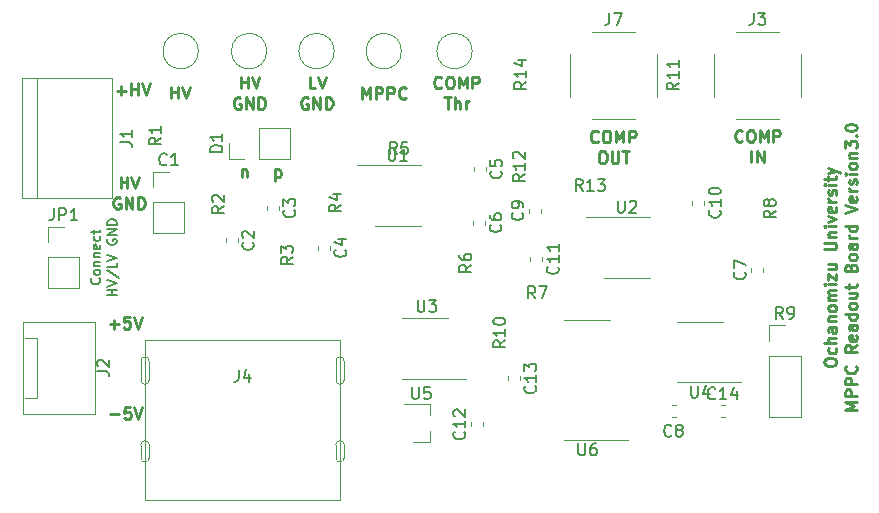
<source format=gto>
G04 #@! TF.GenerationSoftware,KiCad,Pcbnew,(5.1.4-0-10_14)*
G04 #@! TF.CreationDate,2020-03-06T12:40:27+09:00*
G04 #@! TF.ProjectId,ReadoutBoard_v3_2,52656164-6f75-4744-926f-6172645f7633,rev?*
G04 #@! TF.SameCoordinates,Original*
G04 #@! TF.FileFunction,Legend,Top*
G04 #@! TF.FilePolarity,Positive*
%FSLAX46Y46*%
G04 Gerber Fmt 4.6, Leading zero omitted, Abs format (unit mm)*
G04 Created by KiCad (PCBNEW (5.1.4-0-10_14)) date 2020-03-06 12:40:27*
%MOMM*%
%LPD*%
G04 APERTURE LIST*
%ADD10C,0.250000*%
%ADD11C,0.200000*%
%ADD12C,0.120000*%
%ADD13C,0.150000*%
G04 APERTURE END LIST*
D10*
X121400914Y-96000914D02*
X121400914Y-97000914D01*
X121400914Y-96048533D02*
X121496152Y-96000914D01*
X121686628Y-96000914D01*
X121781866Y-96048533D01*
X121829485Y-96096152D01*
X121877104Y-96191390D01*
X121877104Y-96477104D01*
X121829485Y-96572342D01*
X121781866Y-96619961D01*
X121686628Y-96667580D01*
X121496152Y-96667580D01*
X121400914Y-96619961D01*
X118581514Y-96000914D02*
X118581514Y-96667580D01*
X118581514Y-96096152D02*
X118629133Y-96048533D01*
X118724371Y-96000914D01*
X118867228Y-96000914D01*
X118962466Y-96048533D01*
X119010085Y-96143771D01*
X119010085Y-96667580D01*
X108327914Y-97595980D02*
X108327914Y-96595980D01*
X108327914Y-97072171D02*
X108899342Y-97072171D01*
X108899342Y-97595980D02*
X108899342Y-96595980D01*
X109232676Y-96595980D02*
X109566009Y-97595980D01*
X109899342Y-96595980D01*
X108280295Y-98393600D02*
X108185057Y-98345980D01*
X108042200Y-98345980D01*
X107899342Y-98393600D01*
X107804104Y-98488838D01*
X107756485Y-98584076D01*
X107708866Y-98774552D01*
X107708866Y-98917409D01*
X107756485Y-99107885D01*
X107804104Y-99203123D01*
X107899342Y-99298361D01*
X108042200Y-99345980D01*
X108137438Y-99345980D01*
X108280295Y-99298361D01*
X108327914Y-99250742D01*
X108327914Y-98917409D01*
X108137438Y-98917409D01*
X108756485Y-99345980D02*
X108756485Y-98345980D01*
X109327914Y-99345980D01*
X109327914Y-98345980D01*
X109804104Y-99345980D02*
X109804104Y-98345980D01*
X110042200Y-98345980D01*
X110185057Y-98393600D01*
X110280295Y-98488838D01*
X110327914Y-98584076D01*
X110375533Y-98774552D01*
X110375533Y-98917409D01*
X110327914Y-99107885D01*
X110280295Y-99203123D01*
X110185057Y-99298361D01*
X110042200Y-99345980D01*
X109804104Y-99345980D01*
D11*
X106519714Y-105206580D02*
X106557809Y-105244676D01*
X106595904Y-105358961D01*
X106595904Y-105435152D01*
X106557809Y-105549438D01*
X106481619Y-105625628D01*
X106405428Y-105663723D01*
X106253047Y-105701819D01*
X106138761Y-105701819D01*
X105986380Y-105663723D01*
X105910190Y-105625628D01*
X105834000Y-105549438D01*
X105795904Y-105435152D01*
X105795904Y-105358961D01*
X105834000Y-105244676D01*
X105872095Y-105206580D01*
X106595904Y-104749438D02*
X106557809Y-104825628D01*
X106519714Y-104863723D01*
X106443523Y-104901819D01*
X106214952Y-104901819D01*
X106138761Y-104863723D01*
X106100666Y-104825628D01*
X106062571Y-104749438D01*
X106062571Y-104635152D01*
X106100666Y-104558961D01*
X106138761Y-104520866D01*
X106214952Y-104482771D01*
X106443523Y-104482771D01*
X106519714Y-104520866D01*
X106557809Y-104558961D01*
X106595904Y-104635152D01*
X106595904Y-104749438D01*
X106062571Y-104139914D02*
X106595904Y-104139914D01*
X106138761Y-104139914D02*
X106100666Y-104101819D01*
X106062571Y-104025628D01*
X106062571Y-103911342D01*
X106100666Y-103835152D01*
X106176857Y-103797057D01*
X106595904Y-103797057D01*
X106062571Y-103416104D02*
X106595904Y-103416104D01*
X106138761Y-103416104D02*
X106100666Y-103378009D01*
X106062571Y-103301819D01*
X106062571Y-103187533D01*
X106100666Y-103111342D01*
X106176857Y-103073247D01*
X106595904Y-103073247D01*
X106557809Y-102387533D02*
X106595904Y-102463723D01*
X106595904Y-102616104D01*
X106557809Y-102692295D01*
X106481619Y-102730390D01*
X106176857Y-102730390D01*
X106100666Y-102692295D01*
X106062571Y-102616104D01*
X106062571Y-102463723D01*
X106100666Y-102387533D01*
X106176857Y-102349438D01*
X106253047Y-102349438D01*
X106329238Y-102730390D01*
X106557809Y-101663723D02*
X106595904Y-101739914D01*
X106595904Y-101892295D01*
X106557809Y-101968485D01*
X106519714Y-102006580D01*
X106443523Y-102044676D01*
X106214952Y-102044676D01*
X106138761Y-102006580D01*
X106100666Y-101968485D01*
X106062571Y-101892295D01*
X106062571Y-101739914D01*
X106100666Y-101663723D01*
X106062571Y-101435152D02*
X106062571Y-101130390D01*
X105795904Y-101320866D02*
X106481619Y-101320866D01*
X106557809Y-101282771D01*
X106595904Y-101206580D01*
X106595904Y-101130390D01*
X107995904Y-106635152D02*
X107195904Y-106635152D01*
X107576857Y-106635152D02*
X107576857Y-106178009D01*
X107995904Y-106178009D02*
X107195904Y-106178009D01*
X107195904Y-105911342D02*
X107995904Y-105644676D01*
X107195904Y-105378009D01*
X107157809Y-104539914D02*
X108186380Y-105225628D01*
X107995904Y-103892295D02*
X107995904Y-104273247D01*
X107195904Y-104273247D01*
X107195904Y-103739914D02*
X107995904Y-103473247D01*
X107195904Y-103206580D01*
X107234000Y-101911342D02*
X107195904Y-101987533D01*
X107195904Y-102101819D01*
X107234000Y-102216104D01*
X107310190Y-102292295D01*
X107386380Y-102330390D01*
X107538761Y-102368485D01*
X107653047Y-102368485D01*
X107805428Y-102330390D01*
X107881619Y-102292295D01*
X107957809Y-102216104D01*
X107995904Y-102101819D01*
X107995904Y-102025628D01*
X107957809Y-101911342D01*
X107919714Y-101873247D01*
X107653047Y-101873247D01*
X107653047Y-102025628D01*
X107995904Y-101530390D02*
X107195904Y-101530390D01*
X107995904Y-101073247D01*
X107195904Y-101073247D01*
X107995904Y-100692295D02*
X107195904Y-100692295D01*
X107195904Y-100501819D01*
X107234000Y-100387533D01*
X107310190Y-100311342D01*
X107386380Y-100273247D01*
X107538761Y-100235152D01*
X107653047Y-100235152D01*
X107805428Y-100273247D01*
X107881619Y-100311342D01*
X107957809Y-100387533D01*
X107995904Y-100501819D01*
X107995904Y-100692295D01*
D10*
X107426285Y-116733628D02*
X108188190Y-116733628D01*
X109140571Y-116114580D02*
X108664380Y-116114580D01*
X108616761Y-116590771D01*
X108664380Y-116543152D01*
X108759619Y-116495533D01*
X108997714Y-116495533D01*
X109092952Y-116543152D01*
X109140571Y-116590771D01*
X109188190Y-116686009D01*
X109188190Y-116924104D01*
X109140571Y-117019342D01*
X109092952Y-117066961D01*
X108997714Y-117114580D01*
X108759619Y-117114580D01*
X108664380Y-117066961D01*
X108616761Y-117019342D01*
X109473904Y-116114580D02*
X109807238Y-117114580D01*
X110140571Y-116114580D01*
X107400885Y-109088228D02*
X108162790Y-109088228D01*
X107781838Y-109469180D02*
X107781838Y-108707276D01*
X109115171Y-108469180D02*
X108638980Y-108469180D01*
X108591361Y-108945371D01*
X108638980Y-108897752D01*
X108734219Y-108850133D01*
X108972314Y-108850133D01*
X109067552Y-108897752D01*
X109115171Y-108945371D01*
X109162790Y-109040609D01*
X109162790Y-109278704D01*
X109115171Y-109373942D01*
X109067552Y-109421561D01*
X108972314Y-109469180D01*
X108734219Y-109469180D01*
X108638980Y-109421561D01*
X108591361Y-109373942D01*
X109448504Y-108469180D02*
X109781838Y-109469180D01*
X110115171Y-108469180D01*
X107988266Y-89327028D02*
X108750171Y-89327028D01*
X108369219Y-89707980D02*
X108369219Y-88946076D01*
X109226361Y-89707980D02*
X109226361Y-88707980D01*
X109226361Y-89184171D02*
X109797790Y-89184171D01*
X109797790Y-89707980D02*
X109797790Y-88707980D01*
X110131123Y-88707980D02*
X110464457Y-89707980D01*
X110797790Y-88707980D01*
X167919180Y-112386047D02*
X167919180Y-112195571D01*
X167966800Y-112100333D01*
X168062038Y-112005095D01*
X168252514Y-111957476D01*
X168585847Y-111957476D01*
X168776323Y-112005095D01*
X168871561Y-112100333D01*
X168919180Y-112195571D01*
X168919180Y-112386047D01*
X168871561Y-112481285D01*
X168776323Y-112576523D01*
X168585847Y-112624142D01*
X168252514Y-112624142D01*
X168062038Y-112576523D01*
X167966800Y-112481285D01*
X167919180Y-112386047D01*
X168871561Y-111100333D02*
X168919180Y-111195571D01*
X168919180Y-111386047D01*
X168871561Y-111481285D01*
X168823942Y-111528904D01*
X168728704Y-111576523D01*
X168442990Y-111576523D01*
X168347752Y-111528904D01*
X168300133Y-111481285D01*
X168252514Y-111386047D01*
X168252514Y-111195571D01*
X168300133Y-111100333D01*
X168919180Y-110671761D02*
X167919180Y-110671761D01*
X168919180Y-110243190D02*
X168395371Y-110243190D01*
X168300133Y-110290809D01*
X168252514Y-110386047D01*
X168252514Y-110528904D01*
X168300133Y-110624142D01*
X168347752Y-110671761D01*
X168919180Y-109338428D02*
X168395371Y-109338428D01*
X168300133Y-109386047D01*
X168252514Y-109481285D01*
X168252514Y-109671761D01*
X168300133Y-109767000D01*
X168871561Y-109338428D02*
X168919180Y-109433666D01*
X168919180Y-109671761D01*
X168871561Y-109767000D01*
X168776323Y-109814619D01*
X168681085Y-109814619D01*
X168585847Y-109767000D01*
X168538228Y-109671761D01*
X168538228Y-109433666D01*
X168490609Y-109338428D01*
X168252514Y-108862238D02*
X168919180Y-108862238D01*
X168347752Y-108862238D02*
X168300133Y-108814619D01*
X168252514Y-108719380D01*
X168252514Y-108576523D01*
X168300133Y-108481285D01*
X168395371Y-108433666D01*
X168919180Y-108433666D01*
X168919180Y-107814619D02*
X168871561Y-107909857D01*
X168823942Y-107957476D01*
X168728704Y-108005095D01*
X168442990Y-108005095D01*
X168347752Y-107957476D01*
X168300133Y-107909857D01*
X168252514Y-107814619D01*
X168252514Y-107671761D01*
X168300133Y-107576523D01*
X168347752Y-107528904D01*
X168442990Y-107481285D01*
X168728704Y-107481285D01*
X168823942Y-107528904D01*
X168871561Y-107576523D01*
X168919180Y-107671761D01*
X168919180Y-107814619D01*
X168919180Y-107052714D02*
X168252514Y-107052714D01*
X168347752Y-107052714D02*
X168300133Y-107005095D01*
X168252514Y-106909857D01*
X168252514Y-106767000D01*
X168300133Y-106671761D01*
X168395371Y-106624142D01*
X168919180Y-106624142D01*
X168395371Y-106624142D02*
X168300133Y-106576523D01*
X168252514Y-106481285D01*
X168252514Y-106338428D01*
X168300133Y-106243190D01*
X168395371Y-106195571D01*
X168919180Y-106195571D01*
X168919180Y-105719380D02*
X168252514Y-105719380D01*
X167919180Y-105719380D02*
X167966800Y-105767000D01*
X168014419Y-105719380D01*
X167966800Y-105671761D01*
X167919180Y-105719380D01*
X168014419Y-105719380D01*
X168252514Y-105338428D02*
X168252514Y-104814619D01*
X168919180Y-105338428D01*
X168919180Y-104814619D01*
X168252514Y-104005095D02*
X168919180Y-104005095D01*
X168252514Y-104433666D02*
X168776323Y-104433666D01*
X168871561Y-104386047D01*
X168919180Y-104290809D01*
X168919180Y-104147952D01*
X168871561Y-104052714D01*
X168823942Y-104005095D01*
X167919180Y-102767000D02*
X168728704Y-102767000D01*
X168823942Y-102719380D01*
X168871561Y-102671761D01*
X168919180Y-102576523D01*
X168919180Y-102386047D01*
X168871561Y-102290809D01*
X168823942Y-102243190D01*
X168728704Y-102195571D01*
X167919180Y-102195571D01*
X168252514Y-101719380D02*
X168919180Y-101719380D01*
X168347752Y-101719380D02*
X168300133Y-101671761D01*
X168252514Y-101576523D01*
X168252514Y-101433666D01*
X168300133Y-101338428D01*
X168395371Y-101290809D01*
X168919180Y-101290809D01*
X168919180Y-100814619D02*
X168252514Y-100814619D01*
X167919180Y-100814619D02*
X167966800Y-100862238D01*
X168014419Y-100814619D01*
X167966800Y-100767000D01*
X167919180Y-100814619D01*
X168014419Y-100814619D01*
X168252514Y-100433666D02*
X168919180Y-100195571D01*
X168252514Y-99957476D01*
X168871561Y-99195571D02*
X168919180Y-99290809D01*
X168919180Y-99481285D01*
X168871561Y-99576523D01*
X168776323Y-99624142D01*
X168395371Y-99624142D01*
X168300133Y-99576523D01*
X168252514Y-99481285D01*
X168252514Y-99290809D01*
X168300133Y-99195571D01*
X168395371Y-99147952D01*
X168490609Y-99147952D01*
X168585847Y-99624142D01*
X168919180Y-98719380D02*
X168252514Y-98719380D01*
X168442990Y-98719380D02*
X168347752Y-98671761D01*
X168300133Y-98624142D01*
X168252514Y-98528904D01*
X168252514Y-98433666D01*
X168871561Y-98147952D02*
X168919180Y-98052714D01*
X168919180Y-97862238D01*
X168871561Y-97767000D01*
X168776323Y-97719380D01*
X168728704Y-97719380D01*
X168633466Y-97767000D01*
X168585847Y-97862238D01*
X168585847Y-98005095D01*
X168538228Y-98100333D01*
X168442990Y-98147952D01*
X168395371Y-98147952D01*
X168300133Y-98100333D01*
X168252514Y-98005095D01*
X168252514Y-97862238D01*
X168300133Y-97767000D01*
X168919180Y-97290809D02*
X168252514Y-97290809D01*
X167919180Y-97290809D02*
X167966800Y-97338428D01*
X168014419Y-97290809D01*
X167966800Y-97243190D01*
X167919180Y-97290809D01*
X168014419Y-97290809D01*
X168252514Y-96957476D02*
X168252514Y-96576523D01*
X167919180Y-96814619D02*
X168776323Y-96814619D01*
X168871561Y-96767000D01*
X168919180Y-96671761D01*
X168919180Y-96576523D01*
X168252514Y-96338428D02*
X168919180Y-96100333D01*
X168252514Y-95862238D02*
X168919180Y-96100333D01*
X169157276Y-96195571D01*
X169204895Y-96243190D01*
X169252514Y-96338428D01*
X170669180Y-116338428D02*
X169669180Y-116338428D01*
X170383466Y-116005095D01*
X169669180Y-115671761D01*
X170669180Y-115671761D01*
X170669180Y-115195571D02*
X169669180Y-115195571D01*
X169669180Y-114814619D01*
X169716800Y-114719380D01*
X169764419Y-114671761D01*
X169859657Y-114624142D01*
X170002514Y-114624142D01*
X170097752Y-114671761D01*
X170145371Y-114719380D01*
X170192990Y-114814619D01*
X170192990Y-115195571D01*
X170669180Y-114195571D02*
X169669180Y-114195571D01*
X169669180Y-113814619D01*
X169716800Y-113719380D01*
X169764419Y-113671761D01*
X169859657Y-113624142D01*
X170002514Y-113624142D01*
X170097752Y-113671761D01*
X170145371Y-113719380D01*
X170192990Y-113814619D01*
X170192990Y-114195571D01*
X170573942Y-112624142D02*
X170621561Y-112671761D01*
X170669180Y-112814619D01*
X170669180Y-112909857D01*
X170621561Y-113052714D01*
X170526323Y-113147952D01*
X170431085Y-113195571D01*
X170240609Y-113243190D01*
X170097752Y-113243190D01*
X169907276Y-113195571D01*
X169812038Y-113147952D01*
X169716800Y-113052714D01*
X169669180Y-112909857D01*
X169669180Y-112814619D01*
X169716800Y-112671761D01*
X169764419Y-112624142D01*
X170669180Y-110862238D02*
X170192990Y-111195571D01*
X170669180Y-111433666D02*
X169669180Y-111433666D01*
X169669180Y-111052714D01*
X169716800Y-110957476D01*
X169764419Y-110909857D01*
X169859657Y-110862238D01*
X170002514Y-110862238D01*
X170097752Y-110909857D01*
X170145371Y-110957476D01*
X170192990Y-111052714D01*
X170192990Y-111433666D01*
X170621561Y-110052714D02*
X170669180Y-110147952D01*
X170669180Y-110338428D01*
X170621561Y-110433666D01*
X170526323Y-110481285D01*
X170145371Y-110481285D01*
X170050133Y-110433666D01*
X170002514Y-110338428D01*
X170002514Y-110147952D01*
X170050133Y-110052714D01*
X170145371Y-110005095D01*
X170240609Y-110005095D01*
X170335847Y-110481285D01*
X170669180Y-109147952D02*
X170145371Y-109147952D01*
X170050133Y-109195571D01*
X170002514Y-109290809D01*
X170002514Y-109481285D01*
X170050133Y-109576523D01*
X170621561Y-109147952D02*
X170669180Y-109243190D01*
X170669180Y-109481285D01*
X170621561Y-109576523D01*
X170526323Y-109624142D01*
X170431085Y-109624142D01*
X170335847Y-109576523D01*
X170288228Y-109481285D01*
X170288228Y-109243190D01*
X170240609Y-109147952D01*
X170669180Y-108243190D02*
X169669180Y-108243190D01*
X170621561Y-108243190D02*
X170669180Y-108338428D01*
X170669180Y-108528904D01*
X170621561Y-108624142D01*
X170573942Y-108671761D01*
X170478704Y-108719380D01*
X170192990Y-108719380D01*
X170097752Y-108671761D01*
X170050133Y-108624142D01*
X170002514Y-108528904D01*
X170002514Y-108338428D01*
X170050133Y-108243190D01*
X170669180Y-107624142D02*
X170621561Y-107719380D01*
X170573942Y-107767000D01*
X170478704Y-107814619D01*
X170192990Y-107814619D01*
X170097752Y-107767000D01*
X170050133Y-107719380D01*
X170002514Y-107624142D01*
X170002514Y-107481285D01*
X170050133Y-107386047D01*
X170097752Y-107338428D01*
X170192990Y-107290809D01*
X170478704Y-107290809D01*
X170573942Y-107338428D01*
X170621561Y-107386047D01*
X170669180Y-107481285D01*
X170669180Y-107624142D01*
X170002514Y-106433666D02*
X170669180Y-106433666D01*
X170002514Y-106862238D02*
X170526323Y-106862238D01*
X170621561Y-106814619D01*
X170669180Y-106719380D01*
X170669180Y-106576523D01*
X170621561Y-106481285D01*
X170573942Y-106433666D01*
X170002514Y-106100333D02*
X170002514Y-105719380D01*
X169669180Y-105957476D02*
X170526323Y-105957476D01*
X170621561Y-105909857D01*
X170669180Y-105814619D01*
X170669180Y-105719380D01*
X170145371Y-104290809D02*
X170192990Y-104147952D01*
X170240609Y-104100333D01*
X170335847Y-104052714D01*
X170478704Y-104052714D01*
X170573942Y-104100333D01*
X170621561Y-104147952D01*
X170669180Y-104243190D01*
X170669180Y-104624142D01*
X169669180Y-104624142D01*
X169669180Y-104290809D01*
X169716800Y-104195571D01*
X169764419Y-104147952D01*
X169859657Y-104100333D01*
X169954895Y-104100333D01*
X170050133Y-104147952D01*
X170097752Y-104195571D01*
X170145371Y-104290809D01*
X170145371Y-104624142D01*
X170669180Y-103481285D02*
X170621561Y-103576523D01*
X170573942Y-103624142D01*
X170478704Y-103671761D01*
X170192990Y-103671761D01*
X170097752Y-103624142D01*
X170050133Y-103576523D01*
X170002514Y-103481285D01*
X170002514Y-103338428D01*
X170050133Y-103243190D01*
X170097752Y-103195571D01*
X170192990Y-103147952D01*
X170478704Y-103147952D01*
X170573942Y-103195571D01*
X170621561Y-103243190D01*
X170669180Y-103338428D01*
X170669180Y-103481285D01*
X170669180Y-102290809D02*
X170145371Y-102290809D01*
X170050133Y-102338428D01*
X170002514Y-102433666D01*
X170002514Y-102624142D01*
X170050133Y-102719380D01*
X170621561Y-102290809D02*
X170669180Y-102386047D01*
X170669180Y-102624142D01*
X170621561Y-102719380D01*
X170526323Y-102767000D01*
X170431085Y-102767000D01*
X170335847Y-102719380D01*
X170288228Y-102624142D01*
X170288228Y-102386047D01*
X170240609Y-102290809D01*
X170669180Y-101814619D02*
X170002514Y-101814619D01*
X170192990Y-101814619D02*
X170097752Y-101767000D01*
X170050133Y-101719380D01*
X170002514Y-101624142D01*
X170002514Y-101528904D01*
X170669180Y-100767000D02*
X169669180Y-100767000D01*
X170621561Y-100767000D02*
X170669180Y-100862238D01*
X170669180Y-101052714D01*
X170621561Y-101147952D01*
X170573942Y-101195571D01*
X170478704Y-101243190D01*
X170192990Y-101243190D01*
X170097752Y-101195571D01*
X170050133Y-101147952D01*
X170002514Y-101052714D01*
X170002514Y-100862238D01*
X170050133Y-100767000D01*
X169669180Y-99671761D02*
X170669180Y-99338428D01*
X169669180Y-99005095D01*
X170621561Y-98290809D02*
X170669180Y-98386047D01*
X170669180Y-98576523D01*
X170621561Y-98671761D01*
X170526323Y-98719380D01*
X170145371Y-98719380D01*
X170050133Y-98671761D01*
X170002514Y-98576523D01*
X170002514Y-98386047D01*
X170050133Y-98290809D01*
X170145371Y-98243190D01*
X170240609Y-98243190D01*
X170335847Y-98719380D01*
X170669180Y-97814619D02*
X170002514Y-97814619D01*
X170192990Y-97814619D02*
X170097752Y-97767000D01*
X170050133Y-97719380D01*
X170002514Y-97624142D01*
X170002514Y-97528904D01*
X170621561Y-97243190D02*
X170669180Y-97147952D01*
X170669180Y-96957476D01*
X170621561Y-96862238D01*
X170526323Y-96814619D01*
X170478704Y-96814619D01*
X170383466Y-96862238D01*
X170335847Y-96957476D01*
X170335847Y-97100333D01*
X170288228Y-97195571D01*
X170192990Y-97243190D01*
X170145371Y-97243190D01*
X170050133Y-97195571D01*
X170002514Y-97100333D01*
X170002514Y-96957476D01*
X170050133Y-96862238D01*
X170669180Y-96386047D02*
X170002514Y-96386047D01*
X169669180Y-96386047D02*
X169716800Y-96433666D01*
X169764419Y-96386047D01*
X169716800Y-96338428D01*
X169669180Y-96386047D01*
X169764419Y-96386047D01*
X170669180Y-95767000D02*
X170621561Y-95862238D01*
X170573942Y-95909857D01*
X170478704Y-95957476D01*
X170192990Y-95957476D01*
X170097752Y-95909857D01*
X170050133Y-95862238D01*
X170002514Y-95767000D01*
X170002514Y-95624142D01*
X170050133Y-95528904D01*
X170097752Y-95481285D01*
X170192990Y-95433666D01*
X170478704Y-95433666D01*
X170573942Y-95481285D01*
X170621561Y-95528904D01*
X170669180Y-95624142D01*
X170669180Y-95767000D01*
X170002514Y-95005095D02*
X170669180Y-95005095D01*
X170097752Y-95005095D02*
X170050133Y-94957476D01*
X170002514Y-94862238D01*
X170002514Y-94719380D01*
X170050133Y-94624142D01*
X170145371Y-94576523D01*
X170669180Y-94576523D01*
X169669180Y-94195571D02*
X169669180Y-93576523D01*
X170050133Y-93909857D01*
X170050133Y-93767000D01*
X170097752Y-93671761D01*
X170145371Y-93624142D01*
X170240609Y-93576523D01*
X170478704Y-93576523D01*
X170573942Y-93624142D01*
X170621561Y-93671761D01*
X170669180Y-93767000D01*
X170669180Y-94052714D01*
X170621561Y-94147952D01*
X170573942Y-94195571D01*
X170573942Y-93147952D02*
X170621561Y-93100333D01*
X170669180Y-93147952D01*
X170621561Y-93195571D01*
X170573942Y-93147952D01*
X170669180Y-93147952D01*
X169669180Y-92481285D02*
X169669180Y-92386047D01*
X169716800Y-92290809D01*
X169764419Y-92243190D01*
X169859657Y-92195571D01*
X170050133Y-92147952D01*
X170288228Y-92147952D01*
X170478704Y-92195571D01*
X170573942Y-92243190D01*
X170621561Y-92290809D01*
X170669180Y-92386047D01*
X170669180Y-92481285D01*
X170621561Y-92576523D01*
X170573942Y-92624142D01*
X170478704Y-92671761D01*
X170288228Y-92719380D01*
X170050133Y-92719380D01*
X169859657Y-92671761D01*
X169764419Y-92624142D01*
X169716800Y-92576523D01*
X169669180Y-92481285D01*
X160969485Y-93563742D02*
X160921866Y-93611361D01*
X160779009Y-93658980D01*
X160683771Y-93658980D01*
X160540914Y-93611361D01*
X160445676Y-93516123D01*
X160398057Y-93420885D01*
X160350438Y-93230409D01*
X160350438Y-93087552D01*
X160398057Y-92897076D01*
X160445676Y-92801838D01*
X160540914Y-92706600D01*
X160683771Y-92658980D01*
X160779009Y-92658980D01*
X160921866Y-92706600D01*
X160969485Y-92754219D01*
X161588533Y-92658980D02*
X161779009Y-92658980D01*
X161874247Y-92706600D01*
X161969485Y-92801838D01*
X162017104Y-92992314D01*
X162017104Y-93325647D01*
X161969485Y-93516123D01*
X161874247Y-93611361D01*
X161779009Y-93658980D01*
X161588533Y-93658980D01*
X161493295Y-93611361D01*
X161398057Y-93516123D01*
X161350438Y-93325647D01*
X161350438Y-92992314D01*
X161398057Y-92801838D01*
X161493295Y-92706600D01*
X161588533Y-92658980D01*
X162445676Y-93658980D02*
X162445676Y-92658980D01*
X162779009Y-93373266D01*
X163112342Y-92658980D01*
X163112342Y-93658980D01*
X163588533Y-93658980D02*
X163588533Y-92658980D01*
X163969485Y-92658980D01*
X164064723Y-92706600D01*
X164112342Y-92754219D01*
X164159961Y-92849457D01*
X164159961Y-92992314D01*
X164112342Y-93087552D01*
X164064723Y-93135171D01*
X163969485Y-93182790D01*
X163588533Y-93182790D01*
X161731390Y-95408980D02*
X161731390Y-94408980D01*
X162207580Y-95408980D02*
X162207580Y-94408980D01*
X162779009Y-95408980D01*
X162779009Y-94408980D01*
X148752085Y-93614542D02*
X148704466Y-93662161D01*
X148561609Y-93709780D01*
X148466371Y-93709780D01*
X148323514Y-93662161D01*
X148228276Y-93566923D01*
X148180657Y-93471685D01*
X148133038Y-93281209D01*
X148133038Y-93138352D01*
X148180657Y-92947876D01*
X148228276Y-92852638D01*
X148323514Y-92757400D01*
X148466371Y-92709780D01*
X148561609Y-92709780D01*
X148704466Y-92757400D01*
X148752085Y-92805019D01*
X149371133Y-92709780D02*
X149561609Y-92709780D01*
X149656847Y-92757400D01*
X149752085Y-92852638D01*
X149799704Y-93043114D01*
X149799704Y-93376447D01*
X149752085Y-93566923D01*
X149656847Y-93662161D01*
X149561609Y-93709780D01*
X149371133Y-93709780D01*
X149275895Y-93662161D01*
X149180657Y-93566923D01*
X149133038Y-93376447D01*
X149133038Y-93043114D01*
X149180657Y-92852638D01*
X149275895Y-92757400D01*
X149371133Y-92709780D01*
X150228276Y-93709780D02*
X150228276Y-92709780D01*
X150561609Y-93424066D01*
X150894942Y-92709780D01*
X150894942Y-93709780D01*
X151371133Y-93709780D02*
X151371133Y-92709780D01*
X151752085Y-92709780D01*
X151847323Y-92757400D01*
X151894942Y-92805019D01*
X151942561Y-92900257D01*
X151942561Y-93043114D01*
X151894942Y-93138352D01*
X151847323Y-93185971D01*
X151752085Y-93233590D01*
X151371133Y-93233590D01*
X149037800Y-94459780D02*
X149228276Y-94459780D01*
X149323514Y-94507400D01*
X149418752Y-94602638D01*
X149466371Y-94793114D01*
X149466371Y-95126447D01*
X149418752Y-95316923D01*
X149323514Y-95412161D01*
X149228276Y-95459780D01*
X149037800Y-95459780D01*
X148942561Y-95412161D01*
X148847323Y-95316923D01*
X148799704Y-95126447D01*
X148799704Y-94793114D01*
X148847323Y-94602638D01*
X148942561Y-94507400D01*
X149037800Y-94459780D01*
X149894942Y-94459780D02*
X149894942Y-95269304D01*
X149942561Y-95364542D01*
X149990180Y-95412161D01*
X150085419Y-95459780D01*
X150275895Y-95459780D01*
X150371133Y-95412161D01*
X150418752Y-95364542D01*
X150466371Y-95269304D01*
X150466371Y-94459780D01*
X150799704Y-94459780D02*
X151371133Y-94459780D01*
X151085419Y-95459780D02*
X151085419Y-94459780D01*
X135493285Y-89042542D02*
X135445666Y-89090161D01*
X135302809Y-89137780D01*
X135207571Y-89137780D01*
X135064714Y-89090161D01*
X134969476Y-88994923D01*
X134921857Y-88899685D01*
X134874238Y-88709209D01*
X134874238Y-88566352D01*
X134921857Y-88375876D01*
X134969476Y-88280638D01*
X135064714Y-88185400D01*
X135207571Y-88137780D01*
X135302809Y-88137780D01*
X135445666Y-88185400D01*
X135493285Y-88233019D01*
X136112333Y-88137780D02*
X136302809Y-88137780D01*
X136398047Y-88185400D01*
X136493285Y-88280638D01*
X136540904Y-88471114D01*
X136540904Y-88804447D01*
X136493285Y-88994923D01*
X136398047Y-89090161D01*
X136302809Y-89137780D01*
X136112333Y-89137780D01*
X136017095Y-89090161D01*
X135921857Y-88994923D01*
X135874238Y-88804447D01*
X135874238Y-88471114D01*
X135921857Y-88280638D01*
X136017095Y-88185400D01*
X136112333Y-88137780D01*
X136969476Y-89137780D02*
X136969476Y-88137780D01*
X137302809Y-88852066D01*
X137636142Y-88137780D01*
X137636142Y-89137780D01*
X138112333Y-89137780D02*
X138112333Y-88137780D01*
X138493285Y-88137780D01*
X138588523Y-88185400D01*
X138636142Y-88233019D01*
X138683761Y-88328257D01*
X138683761Y-88471114D01*
X138636142Y-88566352D01*
X138588523Y-88613971D01*
X138493285Y-88661590D01*
X138112333Y-88661590D01*
X135731380Y-89887780D02*
X136302809Y-89887780D01*
X136017095Y-90887780D02*
X136017095Y-89887780D01*
X136636142Y-90887780D02*
X136636142Y-89887780D01*
X137064714Y-90887780D02*
X137064714Y-90363971D01*
X137017095Y-90268733D01*
X136921857Y-90221114D01*
X136779000Y-90221114D01*
X136683761Y-90268733D01*
X136636142Y-90316352D01*
X137540904Y-90887780D02*
X137540904Y-90221114D01*
X137540904Y-90411590D02*
X137588523Y-90316352D01*
X137636142Y-90268733D01*
X137731380Y-90221114D01*
X137826619Y-90221114D01*
X128773466Y-90012780D02*
X128773466Y-89012780D01*
X129106800Y-89727066D01*
X129440133Y-89012780D01*
X129440133Y-90012780D01*
X129916323Y-90012780D02*
X129916323Y-89012780D01*
X130297276Y-89012780D01*
X130392514Y-89060400D01*
X130440133Y-89108019D01*
X130487752Y-89203257D01*
X130487752Y-89346114D01*
X130440133Y-89441352D01*
X130392514Y-89488971D01*
X130297276Y-89536590D01*
X129916323Y-89536590D01*
X130916323Y-90012780D02*
X130916323Y-89012780D01*
X131297276Y-89012780D01*
X131392514Y-89060400D01*
X131440133Y-89108019D01*
X131487752Y-89203257D01*
X131487752Y-89346114D01*
X131440133Y-89441352D01*
X131392514Y-89488971D01*
X131297276Y-89536590D01*
X130916323Y-89536590D01*
X132487752Y-89917542D02*
X132440133Y-89965161D01*
X132297276Y-90012780D01*
X132202038Y-90012780D01*
X132059180Y-89965161D01*
X131963942Y-89869923D01*
X131916323Y-89774685D01*
X131868704Y-89584209D01*
X131868704Y-89441352D01*
X131916323Y-89250876D01*
X131963942Y-89155638D01*
X132059180Y-89060400D01*
X132202038Y-89012780D01*
X132297276Y-89012780D01*
X132440133Y-89060400D01*
X132487752Y-89108019D01*
X124823552Y-89137780D02*
X124347361Y-89137780D01*
X124347361Y-88137780D01*
X125014028Y-88137780D02*
X125347361Y-89137780D01*
X125680695Y-88137780D01*
X124180695Y-89935400D02*
X124085457Y-89887780D01*
X123942600Y-89887780D01*
X123799742Y-89935400D01*
X123704504Y-90030638D01*
X123656885Y-90125876D01*
X123609266Y-90316352D01*
X123609266Y-90459209D01*
X123656885Y-90649685D01*
X123704504Y-90744923D01*
X123799742Y-90840161D01*
X123942600Y-90887780D01*
X124037838Y-90887780D01*
X124180695Y-90840161D01*
X124228314Y-90792542D01*
X124228314Y-90459209D01*
X124037838Y-90459209D01*
X124656885Y-90887780D02*
X124656885Y-89887780D01*
X125228314Y-90887780D01*
X125228314Y-89887780D01*
X125704504Y-90887780D02*
X125704504Y-89887780D01*
X125942600Y-89887780D01*
X126085457Y-89935400D01*
X126180695Y-90030638D01*
X126228314Y-90125876D01*
X126275933Y-90316352D01*
X126275933Y-90459209D01*
X126228314Y-90649685D01*
X126180695Y-90744923D01*
X126085457Y-90840161D01*
X125942600Y-90887780D01*
X125704504Y-90887780D01*
X112620514Y-89987380D02*
X112620514Y-88987380D01*
X112620514Y-89463571D02*
X113191942Y-89463571D01*
X113191942Y-89987380D02*
X113191942Y-88987380D01*
X113525276Y-88987380D02*
X113858609Y-89987380D01*
X114191942Y-88987380D01*
X118513314Y-89137780D02*
X118513314Y-88137780D01*
X118513314Y-88613971D02*
X119084742Y-88613971D01*
X119084742Y-89137780D02*
X119084742Y-88137780D01*
X119418076Y-88137780D02*
X119751409Y-89137780D01*
X120084742Y-88137780D01*
X118465695Y-89935400D02*
X118370457Y-89887780D01*
X118227600Y-89887780D01*
X118084742Y-89935400D01*
X117989504Y-90030638D01*
X117941885Y-90125876D01*
X117894266Y-90316352D01*
X117894266Y-90459209D01*
X117941885Y-90649685D01*
X117989504Y-90744923D01*
X118084742Y-90840161D01*
X118227600Y-90887780D01*
X118322838Y-90887780D01*
X118465695Y-90840161D01*
X118513314Y-90792542D01*
X118513314Y-90459209D01*
X118322838Y-90459209D01*
X118941885Y-90887780D02*
X118941885Y-89887780D01*
X119513314Y-90887780D01*
X119513314Y-89887780D01*
X119989504Y-90887780D02*
X119989504Y-89887780D01*
X120227600Y-89887780D01*
X120370457Y-89935400D01*
X120465695Y-90030638D01*
X120513314Y-90125876D01*
X120560933Y-90316352D01*
X120560933Y-90459209D01*
X120513314Y-90649685D01*
X120465695Y-90744923D01*
X120370457Y-90840161D01*
X120227600Y-90887780D01*
X119989504Y-90887780D01*
D12*
X110743400Y-119310000D02*
G75*
G03X110043400Y-119310000I-350000J0D01*
G01*
X110743400Y-120410000D02*
G75*
G02X110043400Y-120410000I-350000J0D01*
G01*
X110043400Y-119310000D02*
X110043400Y-120410000D01*
X110743400Y-119310000D02*
X110743400Y-120410000D01*
X127253400Y-112230000D02*
G75*
G03X126553400Y-112230000I-350000J0D01*
G01*
X127253400Y-113830000D02*
G75*
G02X126553400Y-113830000I-350000J0D01*
G01*
X127253400Y-113830000D02*
X127253400Y-112230000D01*
X126553400Y-113830000D02*
X126553400Y-112230000D01*
X110743400Y-112230000D02*
G75*
G03X110043400Y-112230000I-350000J0D01*
G01*
X110743400Y-113830000D02*
G75*
G02X110043400Y-113830000I-350000J0D01*
G01*
X110743400Y-113830000D02*
X110743400Y-112230000D01*
X110043400Y-113830000D02*
X110043400Y-112230000D01*
X110393400Y-123990000D02*
X110393400Y-110430000D01*
X126893400Y-123990000D02*
X110393400Y-123990000D01*
X126893400Y-110430000D02*
X126893400Y-123990000D01*
X110393400Y-110430000D02*
X126893400Y-110430000D01*
X127253400Y-120410000D02*
G75*
G02X126553400Y-120410000I-350000J0D01*
G01*
X126553400Y-119310000D02*
X126553400Y-120410000D01*
X127253400Y-119310000D02*
G75*
G03X126553400Y-119310000I-350000J0D01*
G01*
X127253400Y-119310000D02*
X127253400Y-120410000D01*
X111065000Y-101393300D02*
X113725000Y-101393300D01*
X111065000Y-98793300D02*
X111065000Y-101393300D01*
X113725000Y-98793300D02*
X113725000Y-101393300D01*
X111065000Y-98793300D02*
X113725000Y-98793300D01*
X111065000Y-97523300D02*
X111065000Y-96193300D01*
X111065000Y-96193300D02*
X112395000Y-96193300D01*
X118239000Y-101843621D02*
X118239000Y-102169179D01*
X117219000Y-101843621D02*
X117219000Y-102169179D01*
X121744200Y-99100421D02*
X121744200Y-99425979D01*
X120724200Y-99100421D02*
X120724200Y-99425979D01*
X126062200Y-102453221D02*
X126062200Y-102778779D01*
X125042200Y-102453221D02*
X125042200Y-102778779D01*
X138224800Y-95798421D02*
X138224800Y-96123979D01*
X139244800Y-95798421D02*
X139244800Y-96123979D01*
X139194000Y-100345021D02*
X139194000Y-100670579D01*
X138174000Y-100345021D02*
X138174000Y-100670579D01*
X162739800Y-104683779D02*
X162739800Y-104358221D01*
X161719800Y-104683779D02*
X161719800Y-104358221D01*
X155005821Y-115923600D02*
X155331379Y-115923600D01*
X155005821Y-116943600D02*
X155331379Y-116943600D01*
X143918400Y-99654579D02*
X143918400Y-99329021D01*
X142898400Y-99654579D02*
X142898400Y-99329021D01*
X157761400Y-98643221D02*
X157761400Y-98968779D01*
X156741400Y-98643221D02*
X156741400Y-98968779D01*
X143025400Y-103418421D02*
X143025400Y-103743979D01*
X144045400Y-103418421D02*
X144045400Y-103743979D01*
X138990800Y-117739379D02*
X138990800Y-117413821D01*
X137970800Y-117739379D02*
X137970800Y-117413821D01*
X122678500Y-95106800D02*
X122678500Y-92446800D01*
X120078500Y-95106800D02*
X122678500Y-95106800D01*
X120078500Y-92446800D02*
X122678500Y-92446800D01*
X120078500Y-95106800D02*
X120078500Y-92446800D01*
X118808500Y-95106800D02*
X117478500Y-95106800D01*
X117478500Y-95106800D02*
X117478500Y-93776800D01*
X101219000Y-98425000D02*
X101219000Y-88265000D01*
X99949000Y-98425000D02*
X107569000Y-98425000D01*
X107569000Y-98425000D02*
X107569000Y-88265000D01*
X107569000Y-88265000D02*
X99949000Y-88265000D01*
X99949000Y-88265000D02*
X99949000Y-98425000D01*
X100105000Y-108911400D02*
X106155000Y-108911400D01*
X106155000Y-108911400D02*
X106155000Y-116711400D01*
X106155000Y-116711400D02*
X100105000Y-116711400D01*
X100105000Y-116711400D02*
X100105000Y-108911400D01*
X100205000Y-110261400D02*
X101215000Y-110261400D01*
X101215000Y-110261400D02*
X101215000Y-115341400D01*
X101215000Y-115341400D02*
X100205000Y-115341400D01*
X160455200Y-84356400D02*
X164055200Y-84356400D01*
X160455200Y-91716400D02*
X164055200Y-91716400D01*
X165935200Y-86236400D02*
X165935200Y-89836400D01*
X158575200Y-86236400D02*
X158575200Y-89836400D01*
X146357800Y-86236400D02*
X146357800Y-89836400D01*
X153717800Y-86236400D02*
X153717800Y-89836400D01*
X148237800Y-91716400D02*
X151837800Y-91716400D01*
X148237800Y-84356400D02*
X151837800Y-84356400D01*
X102175000Y-100841500D02*
X103505000Y-100841500D01*
X102175000Y-102171500D02*
X102175000Y-100841500D01*
X102175000Y-103441500D02*
X104835000Y-103441500D01*
X104835000Y-103441500D02*
X104835000Y-106041500D01*
X102175000Y-103441500D02*
X102175000Y-106041500D01*
X102175000Y-106041500D02*
X104835000Y-106041500D01*
X163236600Y-116925400D02*
X165896600Y-116925400D01*
X163236600Y-111785400D02*
X163236600Y-116925400D01*
X165896600Y-111785400D02*
X165896600Y-116925400D01*
X163236600Y-111785400D02*
X165896600Y-111785400D01*
X163236600Y-110515400D02*
X163236600Y-109185400D01*
X163236600Y-109185400D02*
X164566600Y-109185400D01*
X114911000Y-85979000D02*
G75*
G03X114911000Y-85979000I-1500000J0D01*
G01*
X120702200Y-85979000D02*
G75*
G03X120702200Y-85979000I-1500000J0D01*
G01*
X126417200Y-85979000D02*
G75*
G03X126417200Y-85979000I-1500000J0D01*
G01*
X132106800Y-85979000D02*
G75*
G03X132106800Y-85979000I-1500000J0D01*
G01*
X138101200Y-85979000D02*
G75*
G03X138101200Y-85979000I-1500000J0D01*
G01*
X131775200Y-100756400D02*
X133725200Y-100756400D01*
X131775200Y-100756400D02*
X129825200Y-100756400D01*
X131775200Y-95636400D02*
X133725200Y-95636400D01*
X131775200Y-95636400D02*
X128325200Y-95636400D01*
X151180800Y-100030600D02*
X147730800Y-100030600D01*
X151180800Y-100030600D02*
X153130800Y-100030600D01*
X151180800Y-105150600D02*
X149230800Y-105150600D01*
X151180800Y-105150600D02*
X153130800Y-105150600D01*
X134112000Y-113710400D02*
X137562000Y-113710400D01*
X134112000Y-113710400D02*
X132162000Y-113710400D01*
X134112000Y-108590400D02*
X136062000Y-108590400D01*
X134112000Y-108590400D02*
X132162000Y-108590400D01*
X157378400Y-108895200D02*
X155428400Y-108895200D01*
X157378400Y-108895200D02*
X159328400Y-108895200D01*
X157378400Y-114015200D02*
X155428400Y-114015200D01*
X157378400Y-114015200D02*
X160828400Y-114015200D01*
X134516400Y-119055000D02*
X134516400Y-118125000D01*
X134516400Y-115895000D02*
X134516400Y-116825000D01*
X134516400Y-115895000D02*
X132356400Y-115895000D01*
X134516400Y-119055000D02*
X133056400Y-119055000D01*
X147853400Y-108782800D02*
X145903400Y-108782800D01*
X147853400Y-108782800D02*
X149803400Y-108782800D01*
X147853400Y-118902800D02*
X145903400Y-118902800D01*
X147853400Y-118902800D02*
X151303400Y-118902800D01*
X142140400Y-113527621D02*
X142140400Y-113853179D01*
X141120400Y-113527621D02*
X141120400Y-113853179D01*
X159146021Y-115923600D02*
X159471579Y-115923600D01*
X159146021Y-116943600D02*
X159471579Y-116943600D01*
D13*
X118310066Y-112982380D02*
X118310066Y-113696666D01*
X118262447Y-113839523D01*
X118167209Y-113934761D01*
X118024352Y-113982380D01*
X117929114Y-113982380D01*
X119214828Y-113315714D02*
X119214828Y-113982380D01*
X118976733Y-112934761D02*
X118738638Y-113649047D01*
X119357685Y-113649047D01*
X112228333Y-95550442D02*
X112180714Y-95598061D01*
X112037857Y-95645680D01*
X111942619Y-95645680D01*
X111799761Y-95598061D01*
X111704523Y-95502823D01*
X111656904Y-95407585D01*
X111609285Y-95217109D01*
X111609285Y-95074252D01*
X111656904Y-94883776D01*
X111704523Y-94788538D01*
X111799761Y-94693300D01*
X111942619Y-94645680D01*
X112037857Y-94645680D01*
X112180714Y-94693300D01*
X112228333Y-94740919D01*
X113180714Y-95645680D02*
X112609285Y-95645680D01*
X112895000Y-95645680D02*
X112895000Y-94645680D01*
X112799761Y-94788538D01*
X112704523Y-94883776D01*
X112609285Y-94931395D01*
X119516142Y-102173066D02*
X119563761Y-102220685D01*
X119611380Y-102363542D01*
X119611380Y-102458780D01*
X119563761Y-102601638D01*
X119468523Y-102696876D01*
X119373285Y-102744495D01*
X119182809Y-102792114D01*
X119039952Y-102792114D01*
X118849476Y-102744495D01*
X118754238Y-102696876D01*
X118659000Y-102601638D01*
X118611380Y-102458780D01*
X118611380Y-102363542D01*
X118659000Y-102220685D01*
X118706619Y-102173066D01*
X118706619Y-101792114D02*
X118659000Y-101744495D01*
X118611380Y-101649257D01*
X118611380Y-101411161D01*
X118659000Y-101315923D01*
X118706619Y-101268304D01*
X118801857Y-101220685D01*
X118897095Y-101220685D01*
X119039952Y-101268304D01*
X119611380Y-101839733D01*
X119611380Y-101220685D01*
X123021342Y-99429866D02*
X123068961Y-99477485D01*
X123116580Y-99620342D01*
X123116580Y-99715580D01*
X123068961Y-99858438D01*
X122973723Y-99953676D01*
X122878485Y-100001295D01*
X122688009Y-100048914D01*
X122545152Y-100048914D01*
X122354676Y-100001295D01*
X122259438Y-99953676D01*
X122164200Y-99858438D01*
X122116580Y-99715580D01*
X122116580Y-99620342D01*
X122164200Y-99477485D01*
X122211819Y-99429866D01*
X122116580Y-99096533D02*
X122116580Y-98477485D01*
X122497533Y-98810819D01*
X122497533Y-98667961D01*
X122545152Y-98572723D01*
X122592771Y-98525104D01*
X122688009Y-98477485D01*
X122926104Y-98477485D01*
X123021342Y-98525104D01*
X123068961Y-98572723D01*
X123116580Y-98667961D01*
X123116580Y-98953676D01*
X123068961Y-99048914D01*
X123021342Y-99096533D01*
X127339342Y-102782666D02*
X127386961Y-102830285D01*
X127434580Y-102973142D01*
X127434580Y-103068380D01*
X127386961Y-103211238D01*
X127291723Y-103306476D01*
X127196485Y-103354095D01*
X127006009Y-103401714D01*
X126863152Y-103401714D01*
X126672676Y-103354095D01*
X126577438Y-103306476D01*
X126482200Y-103211238D01*
X126434580Y-103068380D01*
X126434580Y-102973142D01*
X126482200Y-102830285D01*
X126529819Y-102782666D01*
X126767914Y-101925523D02*
X127434580Y-101925523D01*
X126386961Y-102163619D02*
X127101247Y-102401714D01*
X127101247Y-101782666D01*
X140521942Y-96127866D02*
X140569561Y-96175485D01*
X140617180Y-96318342D01*
X140617180Y-96413580D01*
X140569561Y-96556438D01*
X140474323Y-96651676D01*
X140379085Y-96699295D01*
X140188609Y-96746914D01*
X140045752Y-96746914D01*
X139855276Y-96699295D01*
X139760038Y-96651676D01*
X139664800Y-96556438D01*
X139617180Y-96413580D01*
X139617180Y-96318342D01*
X139664800Y-96175485D01*
X139712419Y-96127866D01*
X139617180Y-95223104D02*
X139617180Y-95699295D01*
X140093371Y-95746914D01*
X140045752Y-95699295D01*
X139998133Y-95604057D01*
X139998133Y-95365961D01*
X140045752Y-95270723D01*
X140093371Y-95223104D01*
X140188609Y-95175485D01*
X140426704Y-95175485D01*
X140521942Y-95223104D01*
X140569561Y-95270723D01*
X140617180Y-95365961D01*
X140617180Y-95604057D01*
X140569561Y-95699295D01*
X140521942Y-95746914D01*
X140471142Y-100674466D02*
X140518761Y-100722085D01*
X140566380Y-100864942D01*
X140566380Y-100960180D01*
X140518761Y-101103038D01*
X140423523Y-101198276D01*
X140328285Y-101245895D01*
X140137809Y-101293514D01*
X139994952Y-101293514D01*
X139804476Y-101245895D01*
X139709238Y-101198276D01*
X139614000Y-101103038D01*
X139566380Y-100960180D01*
X139566380Y-100864942D01*
X139614000Y-100722085D01*
X139661619Y-100674466D01*
X139566380Y-99817323D02*
X139566380Y-100007800D01*
X139614000Y-100103038D01*
X139661619Y-100150657D01*
X139804476Y-100245895D01*
X139994952Y-100293514D01*
X140375904Y-100293514D01*
X140471142Y-100245895D01*
X140518761Y-100198276D01*
X140566380Y-100103038D01*
X140566380Y-99912561D01*
X140518761Y-99817323D01*
X140471142Y-99769704D01*
X140375904Y-99722085D01*
X140137809Y-99722085D01*
X140042571Y-99769704D01*
X139994952Y-99817323D01*
X139947333Y-99912561D01*
X139947333Y-100103038D01*
X139994952Y-100198276D01*
X140042571Y-100245895D01*
X140137809Y-100293514D01*
X161156942Y-104687666D02*
X161204561Y-104735285D01*
X161252180Y-104878142D01*
X161252180Y-104973380D01*
X161204561Y-105116238D01*
X161109323Y-105211476D01*
X161014085Y-105259095D01*
X160823609Y-105306714D01*
X160680752Y-105306714D01*
X160490276Y-105259095D01*
X160395038Y-105211476D01*
X160299800Y-105116238D01*
X160252180Y-104973380D01*
X160252180Y-104878142D01*
X160299800Y-104735285D01*
X160347419Y-104687666D01*
X160252180Y-104354333D02*
X160252180Y-103687666D01*
X161252180Y-104116238D01*
X154951133Y-118517942D02*
X154903514Y-118565561D01*
X154760657Y-118613180D01*
X154665419Y-118613180D01*
X154522561Y-118565561D01*
X154427323Y-118470323D01*
X154379704Y-118375085D01*
X154332085Y-118184609D01*
X154332085Y-118041752D01*
X154379704Y-117851276D01*
X154427323Y-117756038D01*
X154522561Y-117660800D01*
X154665419Y-117613180D01*
X154760657Y-117613180D01*
X154903514Y-117660800D01*
X154951133Y-117708419D01*
X155522561Y-118041752D02*
X155427323Y-117994133D01*
X155379704Y-117946514D01*
X155332085Y-117851276D01*
X155332085Y-117803657D01*
X155379704Y-117708419D01*
X155427323Y-117660800D01*
X155522561Y-117613180D01*
X155713038Y-117613180D01*
X155808276Y-117660800D01*
X155855895Y-117708419D01*
X155903514Y-117803657D01*
X155903514Y-117851276D01*
X155855895Y-117946514D01*
X155808276Y-117994133D01*
X155713038Y-118041752D01*
X155522561Y-118041752D01*
X155427323Y-118089371D01*
X155379704Y-118136990D01*
X155332085Y-118232228D01*
X155332085Y-118422704D01*
X155379704Y-118517942D01*
X155427323Y-118565561D01*
X155522561Y-118613180D01*
X155713038Y-118613180D01*
X155808276Y-118565561D01*
X155855895Y-118517942D01*
X155903514Y-118422704D01*
X155903514Y-118232228D01*
X155855895Y-118136990D01*
X155808276Y-118089371D01*
X155713038Y-118041752D01*
X142335542Y-99658466D02*
X142383161Y-99706085D01*
X142430780Y-99848942D01*
X142430780Y-99944180D01*
X142383161Y-100087038D01*
X142287923Y-100182276D01*
X142192685Y-100229895D01*
X142002209Y-100277514D01*
X141859352Y-100277514D01*
X141668876Y-100229895D01*
X141573638Y-100182276D01*
X141478400Y-100087038D01*
X141430780Y-99944180D01*
X141430780Y-99848942D01*
X141478400Y-99706085D01*
X141526019Y-99658466D01*
X142430780Y-99182276D02*
X142430780Y-98991800D01*
X142383161Y-98896561D01*
X142335542Y-98848942D01*
X142192685Y-98753704D01*
X142002209Y-98706085D01*
X141621257Y-98706085D01*
X141526019Y-98753704D01*
X141478400Y-98801323D01*
X141430780Y-98896561D01*
X141430780Y-99087038D01*
X141478400Y-99182276D01*
X141526019Y-99229895D01*
X141621257Y-99277514D01*
X141859352Y-99277514D01*
X141954590Y-99229895D01*
X142002209Y-99182276D01*
X142049828Y-99087038D01*
X142049828Y-98896561D01*
X142002209Y-98801323D01*
X141954590Y-98753704D01*
X141859352Y-98706085D01*
X159038542Y-99448857D02*
X159086161Y-99496476D01*
X159133780Y-99639333D01*
X159133780Y-99734571D01*
X159086161Y-99877428D01*
X158990923Y-99972666D01*
X158895685Y-100020285D01*
X158705209Y-100067904D01*
X158562352Y-100067904D01*
X158371876Y-100020285D01*
X158276638Y-99972666D01*
X158181400Y-99877428D01*
X158133780Y-99734571D01*
X158133780Y-99639333D01*
X158181400Y-99496476D01*
X158229019Y-99448857D01*
X159133780Y-98496476D02*
X159133780Y-99067904D01*
X159133780Y-98782190D02*
X158133780Y-98782190D01*
X158276638Y-98877428D01*
X158371876Y-98972666D01*
X158419495Y-99067904D01*
X158133780Y-97877428D02*
X158133780Y-97782190D01*
X158181400Y-97686952D01*
X158229019Y-97639333D01*
X158324257Y-97591714D01*
X158514733Y-97544095D01*
X158752828Y-97544095D01*
X158943304Y-97591714D01*
X159038542Y-97639333D01*
X159086161Y-97686952D01*
X159133780Y-97782190D01*
X159133780Y-97877428D01*
X159086161Y-97972666D01*
X159038542Y-98020285D01*
X158943304Y-98067904D01*
X158752828Y-98115523D01*
X158514733Y-98115523D01*
X158324257Y-98067904D01*
X158229019Y-98020285D01*
X158181400Y-97972666D01*
X158133780Y-97877428D01*
X145322542Y-104224057D02*
X145370161Y-104271676D01*
X145417780Y-104414533D01*
X145417780Y-104509771D01*
X145370161Y-104652628D01*
X145274923Y-104747866D01*
X145179685Y-104795485D01*
X144989209Y-104843104D01*
X144846352Y-104843104D01*
X144655876Y-104795485D01*
X144560638Y-104747866D01*
X144465400Y-104652628D01*
X144417780Y-104509771D01*
X144417780Y-104414533D01*
X144465400Y-104271676D01*
X144513019Y-104224057D01*
X145417780Y-103271676D02*
X145417780Y-103843104D01*
X145417780Y-103557390D02*
X144417780Y-103557390D01*
X144560638Y-103652628D01*
X144655876Y-103747866D01*
X144703495Y-103843104D01*
X145417780Y-102319295D02*
X145417780Y-102890723D01*
X145417780Y-102605009D02*
X144417780Y-102605009D01*
X144560638Y-102700247D01*
X144655876Y-102795485D01*
X144703495Y-102890723D01*
X137407942Y-118219457D02*
X137455561Y-118267076D01*
X137503180Y-118409933D01*
X137503180Y-118505171D01*
X137455561Y-118648028D01*
X137360323Y-118743266D01*
X137265085Y-118790885D01*
X137074609Y-118838504D01*
X136931752Y-118838504D01*
X136741276Y-118790885D01*
X136646038Y-118743266D01*
X136550800Y-118648028D01*
X136503180Y-118505171D01*
X136503180Y-118409933D01*
X136550800Y-118267076D01*
X136598419Y-118219457D01*
X137503180Y-117267076D02*
X137503180Y-117838504D01*
X137503180Y-117552790D02*
X136503180Y-117552790D01*
X136646038Y-117648028D01*
X136741276Y-117743266D01*
X136788895Y-117838504D01*
X136598419Y-116886123D02*
X136550800Y-116838504D01*
X136503180Y-116743266D01*
X136503180Y-116505171D01*
X136550800Y-116409933D01*
X136598419Y-116362314D01*
X136693657Y-116314695D01*
X136788895Y-116314695D01*
X136931752Y-116362314D01*
X137503180Y-116933742D01*
X137503180Y-116314695D01*
X116930880Y-94514895D02*
X115930880Y-94514895D01*
X115930880Y-94276800D01*
X115978500Y-94133942D01*
X116073738Y-94038704D01*
X116168976Y-93991085D01*
X116359452Y-93943466D01*
X116502309Y-93943466D01*
X116692785Y-93991085D01*
X116788023Y-94038704D01*
X116883261Y-94133942D01*
X116930880Y-94276800D01*
X116930880Y-94514895D01*
X116930880Y-92991085D02*
X116930880Y-93562514D01*
X116930880Y-93276800D02*
X115930880Y-93276800D01*
X116073738Y-93372038D01*
X116168976Y-93467276D01*
X116216595Y-93562514D01*
X108291380Y-93678333D02*
X109005666Y-93678333D01*
X109148523Y-93725952D01*
X109243761Y-93821190D01*
X109291380Y-93964047D01*
X109291380Y-94059285D01*
X109291380Y-92678333D02*
X109291380Y-93249761D01*
X109291380Y-92964047D02*
X108291380Y-92964047D01*
X108434238Y-93059285D01*
X108529476Y-93154523D01*
X108577095Y-93249761D01*
X106357380Y-113094733D02*
X107071666Y-113094733D01*
X107214523Y-113142352D01*
X107309761Y-113237590D01*
X107357380Y-113380447D01*
X107357380Y-113475685D01*
X106452619Y-112666161D02*
X106405000Y-112618542D01*
X106357380Y-112523304D01*
X106357380Y-112285209D01*
X106405000Y-112189971D01*
X106452619Y-112142352D01*
X106547857Y-112094733D01*
X106643095Y-112094733D01*
X106785952Y-112142352D01*
X107357380Y-112713780D01*
X107357380Y-112094733D01*
X161921866Y-82738780D02*
X161921866Y-83453066D01*
X161874247Y-83595923D01*
X161779009Y-83691161D01*
X161636152Y-83738780D01*
X161540914Y-83738780D01*
X162302819Y-82738780D02*
X162921866Y-82738780D01*
X162588533Y-83119733D01*
X162731390Y-83119733D01*
X162826628Y-83167352D01*
X162874247Y-83214971D01*
X162921866Y-83310209D01*
X162921866Y-83548304D01*
X162874247Y-83643542D01*
X162826628Y-83691161D01*
X162731390Y-83738780D01*
X162445676Y-83738780D01*
X162350438Y-83691161D01*
X162302819Y-83643542D01*
X149704466Y-82738780D02*
X149704466Y-83453066D01*
X149656847Y-83595923D01*
X149561609Y-83691161D01*
X149418752Y-83738780D01*
X149323514Y-83738780D01*
X150085419Y-82738780D02*
X150752085Y-82738780D01*
X150323514Y-83738780D01*
X102671666Y-99293880D02*
X102671666Y-100008166D01*
X102624047Y-100151023D01*
X102528809Y-100246261D01*
X102385952Y-100293880D01*
X102290714Y-100293880D01*
X103147857Y-100293880D02*
X103147857Y-99293880D01*
X103528809Y-99293880D01*
X103624047Y-99341500D01*
X103671666Y-99389119D01*
X103719285Y-99484357D01*
X103719285Y-99627214D01*
X103671666Y-99722452D01*
X103624047Y-99770071D01*
X103528809Y-99817690D01*
X103147857Y-99817690D01*
X104671666Y-100293880D02*
X104100238Y-100293880D01*
X104385952Y-100293880D02*
X104385952Y-99293880D01*
X104290714Y-99436738D01*
X104195476Y-99531976D01*
X104100238Y-99579595D01*
X111740880Y-93308466D02*
X111264690Y-93641800D01*
X111740880Y-93879895D02*
X110740880Y-93879895D01*
X110740880Y-93498942D01*
X110788500Y-93403704D01*
X110836119Y-93356085D01*
X110931357Y-93308466D01*
X111074214Y-93308466D01*
X111169452Y-93356085D01*
X111217071Y-93403704D01*
X111264690Y-93498942D01*
X111264690Y-93879895D01*
X111740880Y-92356085D02*
X111740880Y-92927514D01*
X111740880Y-92641800D02*
X110740880Y-92641800D01*
X110883738Y-92737038D01*
X110978976Y-92832276D01*
X111026595Y-92927514D01*
X117087580Y-99099666D02*
X116611390Y-99433000D01*
X117087580Y-99671095D02*
X116087580Y-99671095D01*
X116087580Y-99290142D01*
X116135200Y-99194904D01*
X116182819Y-99147285D01*
X116278057Y-99099666D01*
X116420914Y-99099666D01*
X116516152Y-99147285D01*
X116563771Y-99194904D01*
X116611390Y-99290142D01*
X116611390Y-99671095D01*
X116182819Y-98718714D02*
X116135200Y-98671095D01*
X116087580Y-98575857D01*
X116087580Y-98337761D01*
X116135200Y-98242523D01*
X116182819Y-98194904D01*
X116278057Y-98147285D01*
X116373295Y-98147285D01*
X116516152Y-98194904D01*
X117087580Y-98766333D01*
X117087580Y-98147285D01*
X122907380Y-103392266D02*
X122431190Y-103725600D01*
X122907380Y-103963695D02*
X121907380Y-103963695D01*
X121907380Y-103582742D01*
X121955000Y-103487504D01*
X122002619Y-103439885D01*
X122097857Y-103392266D01*
X122240714Y-103392266D01*
X122335952Y-103439885D01*
X122383571Y-103487504D01*
X122431190Y-103582742D01*
X122431190Y-103963695D01*
X121907380Y-103058933D02*
X121907380Y-102439885D01*
X122288333Y-102773219D01*
X122288333Y-102630361D01*
X122335952Y-102535123D01*
X122383571Y-102487504D01*
X122478809Y-102439885D01*
X122716904Y-102439885D01*
X122812142Y-102487504D01*
X122859761Y-102535123D01*
X122907380Y-102630361D01*
X122907380Y-102916076D01*
X122859761Y-103011314D01*
X122812142Y-103058933D01*
X126996780Y-98972666D02*
X126520590Y-99306000D01*
X126996780Y-99544095D02*
X125996780Y-99544095D01*
X125996780Y-99163142D01*
X126044400Y-99067904D01*
X126092019Y-99020285D01*
X126187257Y-98972666D01*
X126330114Y-98972666D01*
X126425352Y-99020285D01*
X126472971Y-99067904D01*
X126520590Y-99163142D01*
X126520590Y-99544095D01*
X126330114Y-98115523D02*
X126996780Y-98115523D01*
X125949161Y-98353619D02*
X126663447Y-98591714D01*
X126663447Y-97972666D01*
X131710133Y-94687980D02*
X131376800Y-94211790D01*
X131138704Y-94687980D02*
X131138704Y-93687980D01*
X131519657Y-93687980D01*
X131614895Y-93735600D01*
X131662514Y-93783219D01*
X131710133Y-93878457D01*
X131710133Y-94021314D01*
X131662514Y-94116552D01*
X131614895Y-94164171D01*
X131519657Y-94211790D01*
X131138704Y-94211790D01*
X132614895Y-93687980D02*
X132138704Y-93687980D01*
X132091085Y-94164171D01*
X132138704Y-94116552D01*
X132233942Y-94068933D01*
X132472038Y-94068933D01*
X132567276Y-94116552D01*
X132614895Y-94164171D01*
X132662514Y-94259409D01*
X132662514Y-94497504D01*
X132614895Y-94592742D01*
X132567276Y-94640361D01*
X132472038Y-94687980D01*
X132233942Y-94687980D01*
X132138704Y-94640361D01*
X132091085Y-94592742D01*
X138017180Y-104078066D02*
X137540990Y-104411400D01*
X138017180Y-104649495D02*
X137017180Y-104649495D01*
X137017180Y-104268542D01*
X137064800Y-104173304D01*
X137112419Y-104125685D01*
X137207657Y-104078066D01*
X137350514Y-104078066D01*
X137445752Y-104125685D01*
X137493371Y-104173304D01*
X137540990Y-104268542D01*
X137540990Y-104649495D01*
X137017180Y-103220923D02*
X137017180Y-103411400D01*
X137064800Y-103506638D01*
X137112419Y-103554257D01*
X137255276Y-103649495D01*
X137445752Y-103697114D01*
X137826704Y-103697114D01*
X137921942Y-103649495D01*
X137969561Y-103601876D01*
X138017180Y-103506638D01*
X138017180Y-103316161D01*
X137969561Y-103220923D01*
X137921942Y-103173304D01*
X137826704Y-103125685D01*
X137588609Y-103125685D01*
X137493371Y-103173304D01*
X137445752Y-103220923D01*
X137398133Y-103316161D01*
X137398133Y-103506638D01*
X137445752Y-103601876D01*
X137493371Y-103649495D01*
X137588609Y-103697114D01*
X143419533Y-106903780D02*
X143086200Y-106427590D01*
X142848104Y-106903780D02*
X142848104Y-105903780D01*
X143229057Y-105903780D01*
X143324295Y-105951400D01*
X143371914Y-105999019D01*
X143419533Y-106094257D01*
X143419533Y-106237114D01*
X143371914Y-106332352D01*
X143324295Y-106379971D01*
X143229057Y-106427590D01*
X142848104Y-106427590D01*
X143752866Y-105903780D02*
X144419533Y-105903780D01*
X143990961Y-106903780D01*
X163775980Y-99480666D02*
X163299790Y-99814000D01*
X163775980Y-100052095D02*
X162775980Y-100052095D01*
X162775980Y-99671142D01*
X162823600Y-99575904D01*
X162871219Y-99528285D01*
X162966457Y-99480666D01*
X163109314Y-99480666D01*
X163204552Y-99528285D01*
X163252171Y-99575904D01*
X163299790Y-99671142D01*
X163299790Y-100052095D01*
X163204552Y-98909238D02*
X163156933Y-99004476D01*
X163109314Y-99052095D01*
X163014076Y-99099714D01*
X162966457Y-99099714D01*
X162871219Y-99052095D01*
X162823600Y-99004476D01*
X162775980Y-98909238D01*
X162775980Y-98718761D01*
X162823600Y-98623523D01*
X162871219Y-98575904D01*
X162966457Y-98528285D01*
X163014076Y-98528285D01*
X163109314Y-98575904D01*
X163156933Y-98623523D01*
X163204552Y-98718761D01*
X163204552Y-98909238D01*
X163252171Y-99004476D01*
X163299790Y-99052095D01*
X163395028Y-99099714D01*
X163585504Y-99099714D01*
X163680742Y-99052095D01*
X163728361Y-99004476D01*
X163775980Y-98909238D01*
X163775980Y-98718761D01*
X163728361Y-98623523D01*
X163680742Y-98575904D01*
X163585504Y-98528285D01*
X163395028Y-98528285D01*
X163299790Y-98575904D01*
X163252171Y-98623523D01*
X163204552Y-98718761D01*
X164399933Y-108637780D02*
X164066600Y-108161590D01*
X163828504Y-108637780D02*
X163828504Y-107637780D01*
X164209457Y-107637780D01*
X164304695Y-107685400D01*
X164352314Y-107733019D01*
X164399933Y-107828257D01*
X164399933Y-107971114D01*
X164352314Y-108066352D01*
X164304695Y-108113971D01*
X164209457Y-108161590D01*
X163828504Y-108161590D01*
X164876123Y-108637780D02*
X165066600Y-108637780D01*
X165161838Y-108590161D01*
X165209457Y-108542542D01*
X165304695Y-108399685D01*
X165352314Y-108209209D01*
X165352314Y-107828257D01*
X165304695Y-107733019D01*
X165257076Y-107685400D01*
X165161838Y-107637780D01*
X164971361Y-107637780D01*
X164876123Y-107685400D01*
X164828504Y-107733019D01*
X164780885Y-107828257D01*
X164780885Y-108066352D01*
X164828504Y-108161590D01*
X164876123Y-108209209D01*
X164971361Y-108256828D01*
X165161838Y-108256828D01*
X165257076Y-108209209D01*
X165304695Y-108161590D01*
X165352314Y-108066352D01*
X140887380Y-110472457D02*
X140411190Y-110805790D01*
X140887380Y-111043885D02*
X139887380Y-111043885D01*
X139887380Y-110662933D01*
X139935000Y-110567695D01*
X139982619Y-110520076D01*
X140077857Y-110472457D01*
X140220714Y-110472457D01*
X140315952Y-110520076D01*
X140363571Y-110567695D01*
X140411190Y-110662933D01*
X140411190Y-111043885D01*
X140887380Y-109520076D02*
X140887380Y-110091504D01*
X140887380Y-109805790D02*
X139887380Y-109805790D01*
X140030238Y-109901028D01*
X140125476Y-109996266D01*
X140173095Y-110091504D01*
X139887380Y-108901028D02*
X139887380Y-108805790D01*
X139935000Y-108710552D01*
X139982619Y-108662933D01*
X140077857Y-108615314D01*
X140268333Y-108567695D01*
X140506428Y-108567695D01*
X140696904Y-108615314D01*
X140792142Y-108662933D01*
X140839761Y-108710552D01*
X140887380Y-108805790D01*
X140887380Y-108901028D01*
X140839761Y-108996266D01*
X140792142Y-109043885D01*
X140696904Y-109091504D01*
X140506428Y-109139123D01*
X140268333Y-109139123D01*
X140077857Y-109091504D01*
X139982619Y-109043885D01*
X139935000Y-108996266D01*
X139887380Y-108901028D01*
X155568580Y-88653857D02*
X155092390Y-88987190D01*
X155568580Y-89225285D02*
X154568580Y-89225285D01*
X154568580Y-88844333D01*
X154616200Y-88749095D01*
X154663819Y-88701476D01*
X154759057Y-88653857D01*
X154901914Y-88653857D01*
X154997152Y-88701476D01*
X155044771Y-88749095D01*
X155092390Y-88844333D01*
X155092390Y-89225285D01*
X155568580Y-87701476D02*
X155568580Y-88272904D01*
X155568580Y-87987190D02*
X154568580Y-87987190D01*
X154711438Y-88082428D01*
X154806676Y-88177666D01*
X154854295Y-88272904D01*
X155568580Y-86749095D02*
X155568580Y-87320523D01*
X155568580Y-87034809D02*
X154568580Y-87034809D01*
X154711438Y-87130047D01*
X154806676Y-87225285D01*
X154854295Y-87320523D01*
X142538380Y-96400857D02*
X142062190Y-96734190D01*
X142538380Y-96972285D02*
X141538380Y-96972285D01*
X141538380Y-96591333D01*
X141586000Y-96496095D01*
X141633619Y-96448476D01*
X141728857Y-96400857D01*
X141871714Y-96400857D01*
X141966952Y-96448476D01*
X142014571Y-96496095D01*
X142062190Y-96591333D01*
X142062190Y-96972285D01*
X142538380Y-95448476D02*
X142538380Y-96019904D01*
X142538380Y-95734190D02*
X141538380Y-95734190D01*
X141681238Y-95829428D01*
X141776476Y-95924666D01*
X141824095Y-96019904D01*
X141633619Y-95067523D02*
X141586000Y-95019904D01*
X141538380Y-94924666D01*
X141538380Y-94686571D01*
X141586000Y-94591333D01*
X141633619Y-94543714D01*
X141728857Y-94496095D01*
X141824095Y-94496095D01*
X141966952Y-94543714D01*
X142538380Y-95115142D01*
X142538380Y-94496095D01*
X147439142Y-97810580D02*
X147105809Y-97334390D01*
X146867714Y-97810580D02*
X146867714Y-96810580D01*
X147248666Y-96810580D01*
X147343904Y-96858200D01*
X147391523Y-96905819D01*
X147439142Y-97001057D01*
X147439142Y-97143914D01*
X147391523Y-97239152D01*
X147343904Y-97286771D01*
X147248666Y-97334390D01*
X146867714Y-97334390D01*
X148391523Y-97810580D02*
X147820095Y-97810580D01*
X148105809Y-97810580D02*
X148105809Y-96810580D01*
X148010571Y-96953438D01*
X147915333Y-97048676D01*
X147820095Y-97096295D01*
X148724857Y-96810580D02*
X149343904Y-96810580D01*
X149010571Y-97191533D01*
X149153428Y-97191533D01*
X149248666Y-97239152D01*
X149296285Y-97286771D01*
X149343904Y-97382009D01*
X149343904Y-97620104D01*
X149296285Y-97715342D01*
X149248666Y-97762961D01*
X149153428Y-97810580D01*
X148867714Y-97810580D01*
X148772476Y-97762961D01*
X148724857Y-97715342D01*
X142665380Y-88577657D02*
X142189190Y-88910990D01*
X142665380Y-89149085D02*
X141665380Y-89149085D01*
X141665380Y-88768133D01*
X141713000Y-88672895D01*
X141760619Y-88625276D01*
X141855857Y-88577657D01*
X141998714Y-88577657D01*
X142093952Y-88625276D01*
X142141571Y-88672895D01*
X142189190Y-88768133D01*
X142189190Y-89149085D01*
X142665380Y-87625276D02*
X142665380Y-88196704D01*
X142665380Y-87910990D02*
X141665380Y-87910990D01*
X141808238Y-88006228D01*
X141903476Y-88101466D01*
X141951095Y-88196704D01*
X141998714Y-86768133D02*
X142665380Y-86768133D01*
X141617761Y-87006228D02*
X142332047Y-87244323D01*
X142332047Y-86625276D01*
X131013295Y-94248780D02*
X131013295Y-95058304D01*
X131060914Y-95153542D01*
X131108533Y-95201161D01*
X131203771Y-95248780D01*
X131394247Y-95248780D01*
X131489485Y-95201161D01*
X131537104Y-95153542D01*
X131584723Y-95058304D01*
X131584723Y-94248780D01*
X132584723Y-95248780D02*
X132013295Y-95248780D01*
X132299009Y-95248780D02*
X132299009Y-94248780D01*
X132203771Y-94391638D01*
X132108533Y-94486876D01*
X132013295Y-94534495D01*
X150418895Y-98642980D02*
X150418895Y-99452504D01*
X150466514Y-99547742D01*
X150514133Y-99595361D01*
X150609371Y-99642980D01*
X150799847Y-99642980D01*
X150895085Y-99595361D01*
X150942704Y-99547742D01*
X150990323Y-99452504D01*
X150990323Y-98642980D01*
X151418895Y-98738219D02*
X151466514Y-98690600D01*
X151561752Y-98642980D01*
X151799847Y-98642980D01*
X151895085Y-98690600D01*
X151942704Y-98738219D01*
X151990323Y-98833457D01*
X151990323Y-98928695D01*
X151942704Y-99071552D01*
X151371276Y-99642980D01*
X151990323Y-99642980D01*
X133477095Y-107046780D02*
X133477095Y-107856304D01*
X133524714Y-107951542D01*
X133572333Y-107999161D01*
X133667571Y-108046780D01*
X133858047Y-108046780D01*
X133953285Y-107999161D01*
X134000904Y-107951542D01*
X134048523Y-107856304D01*
X134048523Y-107046780D01*
X134429476Y-107046780D02*
X135048523Y-107046780D01*
X134715190Y-107427733D01*
X134858047Y-107427733D01*
X134953285Y-107475352D01*
X135000904Y-107522971D01*
X135048523Y-107618209D01*
X135048523Y-107856304D01*
X135000904Y-107951542D01*
X134953285Y-107999161D01*
X134858047Y-108046780D01*
X134572333Y-108046780D01*
X134477095Y-107999161D01*
X134429476Y-107951542D01*
X156616495Y-114307580D02*
X156616495Y-115117104D01*
X156664114Y-115212342D01*
X156711733Y-115259961D01*
X156806971Y-115307580D01*
X156997447Y-115307580D01*
X157092685Y-115259961D01*
X157140304Y-115212342D01*
X157187923Y-115117104D01*
X157187923Y-114307580D01*
X158092685Y-114640914D02*
X158092685Y-115307580D01*
X157854590Y-114259961D02*
X157616495Y-114974247D01*
X158235542Y-114974247D01*
X132994495Y-114427380D02*
X132994495Y-115236904D01*
X133042114Y-115332142D01*
X133089733Y-115379761D01*
X133184971Y-115427380D01*
X133375447Y-115427380D01*
X133470685Y-115379761D01*
X133518304Y-115332142D01*
X133565923Y-115236904D01*
X133565923Y-114427380D01*
X134518304Y-114427380D02*
X134042114Y-114427380D01*
X133994495Y-114903571D01*
X134042114Y-114855952D01*
X134137352Y-114808333D01*
X134375447Y-114808333D01*
X134470685Y-114855952D01*
X134518304Y-114903571D01*
X134565923Y-114998809D01*
X134565923Y-115236904D01*
X134518304Y-115332142D01*
X134470685Y-115379761D01*
X134375447Y-115427380D01*
X134137352Y-115427380D01*
X134042114Y-115379761D01*
X133994495Y-115332142D01*
X147091495Y-119195180D02*
X147091495Y-120004704D01*
X147139114Y-120099942D01*
X147186733Y-120147561D01*
X147281971Y-120195180D01*
X147472447Y-120195180D01*
X147567685Y-120147561D01*
X147615304Y-120099942D01*
X147662923Y-120004704D01*
X147662923Y-119195180D01*
X148567685Y-119195180D02*
X148377209Y-119195180D01*
X148281971Y-119242800D01*
X148234352Y-119290419D01*
X148139114Y-119433276D01*
X148091495Y-119623752D01*
X148091495Y-120004704D01*
X148139114Y-120099942D01*
X148186733Y-120147561D01*
X148281971Y-120195180D01*
X148472447Y-120195180D01*
X148567685Y-120147561D01*
X148615304Y-120099942D01*
X148662923Y-120004704D01*
X148662923Y-119766609D01*
X148615304Y-119671371D01*
X148567685Y-119623752D01*
X148472447Y-119576133D01*
X148281971Y-119576133D01*
X148186733Y-119623752D01*
X148139114Y-119671371D01*
X148091495Y-119766609D01*
X143417542Y-114333257D02*
X143465161Y-114380876D01*
X143512780Y-114523733D01*
X143512780Y-114618971D01*
X143465161Y-114761828D01*
X143369923Y-114857066D01*
X143274685Y-114904685D01*
X143084209Y-114952304D01*
X142941352Y-114952304D01*
X142750876Y-114904685D01*
X142655638Y-114857066D01*
X142560400Y-114761828D01*
X142512780Y-114618971D01*
X142512780Y-114523733D01*
X142560400Y-114380876D01*
X142608019Y-114333257D01*
X143512780Y-113380876D02*
X143512780Y-113952304D01*
X143512780Y-113666590D02*
X142512780Y-113666590D01*
X142655638Y-113761828D01*
X142750876Y-113857066D01*
X142798495Y-113952304D01*
X142512780Y-113047542D02*
X142512780Y-112428495D01*
X142893733Y-112761828D01*
X142893733Y-112618971D01*
X142941352Y-112523733D01*
X142988971Y-112476114D01*
X143084209Y-112428495D01*
X143322304Y-112428495D01*
X143417542Y-112476114D01*
X143465161Y-112523733D01*
X143512780Y-112618971D01*
X143512780Y-112904685D01*
X143465161Y-112999923D01*
X143417542Y-113047542D01*
X158665942Y-115360742D02*
X158618323Y-115408361D01*
X158475466Y-115455980D01*
X158380228Y-115455980D01*
X158237371Y-115408361D01*
X158142133Y-115313123D01*
X158094514Y-115217885D01*
X158046895Y-115027409D01*
X158046895Y-114884552D01*
X158094514Y-114694076D01*
X158142133Y-114598838D01*
X158237371Y-114503600D01*
X158380228Y-114455980D01*
X158475466Y-114455980D01*
X158618323Y-114503600D01*
X158665942Y-114551219D01*
X159618323Y-115455980D02*
X159046895Y-115455980D01*
X159332609Y-115455980D02*
X159332609Y-114455980D01*
X159237371Y-114598838D01*
X159142133Y-114694076D01*
X159046895Y-114741695D01*
X160475466Y-114789314D02*
X160475466Y-115455980D01*
X160237371Y-114408361D02*
X159999276Y-115122647D01*
X160618323Y-115122647D01*
M02*

</source>
